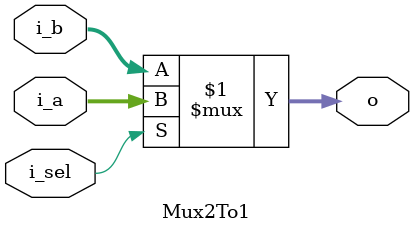
<source format=v>
/*
Assignment 7
Problem no:5 
Semester: 5th
Group: 28
Members: 
Aryan Singh (19CS30007)
Abhinandan De (19CS10069)
*/
`ifndef _MUX2TO1_
`define _MUX2TO1_
// make a 2 : 1 mux
module Mux2To1 (
        input[31:0] i_a,
        input[31:0] i_b,
        input i_sel,
        output [31:0] o
    ); 
    
    assign o = (i_sel)? i_a : i_b;

endmodule 
`endif // _MUX2TO1_
</source>
